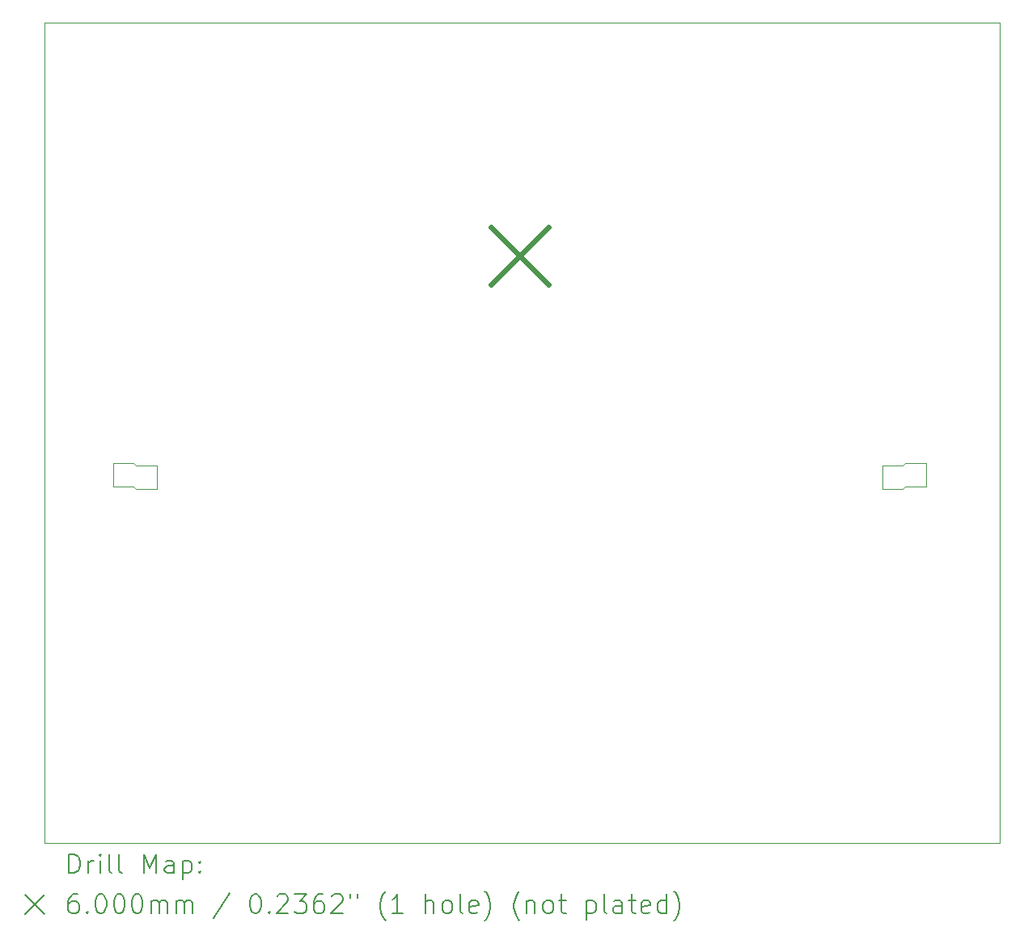
<source format=gbr>
%FSLAX45Y45*%
G04 Gerber Fmt 4.5, Leading zero omitted, Abs format (unit mm)*
G04 Created by KiCad (PCBNEW (6.0.1-0)) date 2022-08-05 19:05:13*
%MOMM*%
%LPD*%
G01*
G04 APERTURE LIST*
%TA.AperFunction,Profile*%
%ADD10C,0.050000*%
%TD*%
%TA.AperFunction,Profile*%
%ADD11C,0.100000*%
%TD*%
%ADD12C,0.200000*%
%ADD13C,0.600000*%
G04 APERTURE END LIST*
D10*
X19870000Y-6200360D02*
X9875000Y-6200360D01*
D11*
X10591800Y-10820400D02*
X10591800Y-11061700D01*
X11049000Y-10845800D02*
X10833100Y-10845800D01*
X11049000Y-11087100D02*
X10833100Y-11087100D01*
X10807700Y-10820400D02*
X10591800Y-10820400D01*
X10591800Y-11061700D02*
X10807700Y-11061700D01*
X19100800Y-10820400D02*
X19100800Y-11061700D01*
X18643600Y-11087100D02*
X18859500Y-11087100D01*
X18884900Y-11061700D02*
X18859500Y-11087100D01*
X18884900Y-10820400D02*
X18859500Y-10845800D01*
X18643600Y-10845800D02*
X18643600Y-11087100D01*
X18884900Y-10820400D02*
X19100800Y-10820400D01*
X19100800Y-11061700D02*
X18884900Y-11061700D01*
X18643600Y-10845800D02*
X18859500Y-10845800D01*
D10*
X9875000Y-14800360D02*
X19870000Y-14800360D01*
X19870000Y-14800360D02*
X19870000Y-6200360D01*
X9875000Y-6200360D02*
X9875000Y-14800360D01*
D11*
X10807700Y-11061700D02*
X10833100Y-11087100D01*
X11049000Y-10845800D02*
X11049000Y-11087100D01*
X10807700Y-10820400D02*
X10833100Y-10845800D01*
D12*
D13*
X14546300Y-8348700D02*
X15146300Y-8948700D01*
X15146300Y-8348700D02*
X14546300Y-8948700D01*
D12*
X10130119Y-15113336D02*
X10130119Y-14913336D01*
X10177738Y-14913336D01*
X10206310Y-14922860D01*
X10225357Y-14941908D01*
X10234881Y-14960955D01*
X10244405Y-14999050D01*
X10244405Y-15027622D01*
X10234881Y-15065717D01*
X10225357Y-15084765D01*
X10206310Y-15103812D01*
X10177738Y-15113336D01*
X10130119Y-15113336D01*
X10330119Y-15113336D02*
X10330119Y-14980003D01*
X10330119Y-15018098D02*
X10339643Y-14999050D01*
X10349167Y-14989527D01*
X10368214Y-14980003D01*
X10387262Y-14980003D01*
X10453929Y-15113336D02*
X10453929Y-14980003D01*
X10453929Y-14913336D02*
X10444405Y-14922860D01*
X10453929Y-14932384D01*
X10463452Y-14922860D01*
X10453929Y-14913336D01*
X10453929Y-14932384D01*
X10577738Y-15113336D02*
X10558690Y-15103812D01*
X10549167Y-15084765D01*
X10549167Y-14913336D01*
X10682500Y-15113336D02*
X10663452Y-15103812D01*
X10653929Y-15084765D01*
X10653929Y-14913336D01*
X10911071Y-15113336D02*
X10911071Y-14913336D01*
X10977738Y-15056193D01*
X11044405Y-14913336D01*
X11044405Y-15113336D01*
X11225357Y-15113336D02*
X11225357Y-15008574D01*
X11215833Y-14989527D01*
X11196786Y-14980003D01*
X11158690Y-14980003D01*
X11139643Y-14989527D01*
X11225357Y-15103812D02*
X11206309Y-15113336D01*
X11158690Y-15113336D01*
X11139643Y-15103812D01*
X11130119Y-15084765D01*
X11130119Y-15065717D01*
X11139643Y-15046669D01*
X11158690Y-15037146D01*
X11206309Y-15037146D01*
X11225357Y-15027622D01*
X11320595Y-14980003D02*
X11320595Y-15180003D01*
X11320595Y-14989527D02*
X11339643Y-14980003D01*
X11377738Y-14980003D01*
X11396786Y-14989527D01*
X11406309Y-14999050D01*
X11415833Y-15018098D01*
X11415833Y-15075241D01*
X11406309Y-15094288D01*
X11396786Y-15103812D01*
X11377738Y-15113336D01*
X11339643Y-15113336D01*
X11320595Y-15103812D01*
X11501548Y-15094288D02*
X11511071Y-15103812D01*
X11501548Y-15113336D01*
X11492024Y-15103812D01*
X11501548Y-15094288D01*
X11501548Y-15113336D01*
X11501548Y-14989527D02*
X11511071Y-14999050D01*
X11501548Y-15008574D01*
X11492024Y-14999050D01*
X11501548Y-14989527D01*
X11501548Y-15008574D01*
X9672500Y-15342860D02*
X9872500Y-15542860D01*
X9872500Y-15342860D02*
X9672500Y-15542860D01*
X10215833Y-15333336D02*
X10177738Y-15333336D01*
X10158690Y-15342860D01*
X10149167Y-15352384D01*
X10130119Y-15380955D01*
X10120595Y-15419050D01*
X10120595Y-15495241D01*
X10130119Y-15514288D01*
X10139643Y-15523812D01*
X10158690Y-15533336D01*
X10196786Y-15533336D01*
X10215833Y-15523812D01*
X10225357Y-15514288D01*
X10234881Y-15495241D01*
X10234881Y-15447622D01*
X10225357Y-15428574D01*
X10215833Y-15419050D01*
X10196786Y-15409527D01*
X10158690Y-15409527D01*
X10139643Y-15419050D01*
X10130119Y-15428574D01*
X10120595Y-15447622D01*
X10320595Y-15514288D02*
X10330119Y-15523812D01*
X10320595Y-15533336D01*
X10311071Y-15523812D01*
X10320595Y-15514288D01*
X10320595Y-15533336D01*
X10453929Y-15333336D02*
X10472976Y-15333336D01*
X10492024Y-15342860D01*
X10501548Y-15352384D01*
X10511071Y-15371431D01*
X10520595Y-15409527D01*
X10520595Y-15457146D01*
X10511071Y-15495241D01*
X10501548Y-15514288D01*
X10492024Y-15523812D01*
X10472976Y-15533336D01*
X10453929Y-15533336D01*
X10434881Y-15523812D01*
X10425357Y-15514288D01*
X10415833Y-15495241D01*
X10406310Y-15457146D01*
X10406310Y-15409527D01*
X10415833Y-15371431D01*
X10425357Y-15352384D01*
X10434881Y-15342860D01*
X10453929Y-15333336D01*
X10644405Y-15333336D02*
X10663452Y-15333336D01*
X10682500Y-15342860D01*
X10692024Y-15352384D01*
X10701548Y-15371431D01*
X10711071Y-15409527D01*
X10711071Y-15457146D01*
X10701548Y-15495241D01*
X10692024Y-15514288D01*
X10682500Y-15523812D01*
X10663452Y-15533336D01*
X10644405Y-15533336D01*
X10625357Y-15523812D01*
X10615833Y-15514288D01*
X10606310Y-15495241D01*
X10596786Y-15457146D01*
X10596786Y-15409527D01*
X10606310Y-15371431D01*
X10615833Y-15352384D01*
X10625357Y-15342860D01*
X10644405Y-15333336D01*
X10834881Y-15333336D02*
X10853929Y-15333336D01*
X10872976Y-15342860D01*
X10882500Y-15352384D01*
X10892024Y-15371431D01*
X10901548Y-15409527D01*
X10901548Y-15457146D01*
X10892024Y-15495241D01*
X10882500Y-15514288D01*
X10872976Y-15523812D01*
X10853929Y-15533336D01*
X10834881Y-15533336D01*
X10815833Y-15523812D01*
X10806310Y-15514288D01*
X10796786Y-15495241D01*
X10787262Y-15457146D01*
X10787262Y-15409527D01*
X10796786Y-15371431D01*
X10806310Y-15352384D01*
X10815833Y-15342860D01*
X10834881Y-15333336D01*
X10987262Y-15533336D02*
X10987262Y-15400003D01*
X10987262Y-15419050D02*
X10996786Y-15409527D01*
X11015833Y-15400003D01*
X11044405Y-15400003D01*
X11063452Y-15409527D01*
X11072976Y-15428574D01*
X11072976Y-15533336D01*
X11072976Y-15428574D02*
X11082500Y-15409527D01*
X11101548Y-15400003D01*
X11130119Y-15400003D01*
X11149167Y-15409527D01*
X11158690Y-15428574D01*
X11158690Y-15533336D01*
X11253928Y-15533336D02*
X11253928Y-15400003D01*
X11253928Y-15419050D02*
X11263452Y-15409527D01*
X11282500Y-15400003D01*
X11311071Y-15400003D01*
X11330119Y-15409527D01*
X11339643Y-15428574D01*
X11339643Y-15533336D01*
X11339643Y-15428574D02*
X11349167Y-15409527D01*
X11368214Y-15400003D01*
X11396786Y-15400003D01*
X11415833Y-15409527D01*
X11425357Y-15428574D01*
X11425357Y-15533336D01*
X11815833Y-15323812D02*
X11644405Y-15580955D01*
X12072976Y-15333336D02*
X12092024Y-15333336D01*
X12111071Y-15342860D01*
X12120595Y-15352384D01*
X12130119Y-15371431D01*
X12139643Y-15409527D01*
X12139643Y-15457146D01*
X12130119Y-15495241D01*
X12120595Y-15514288D01*
X12111071Y-15523812D01*
X12092024Y-15533336D01*
X12072976Y-15533336D01*
X12053928Y-15523812D01*
X12044405Y-15514288D01*
X12034881Y-15495241D01*
X12025357Y-15457146D01*
X12025357Y-15409527D01*
X12034881Y-15371431D01*
X12044405Y-15352384D01*
X12053928Y-15342860D01*
X12072976Y-15333336D01*
X12225357Y-15514288D02*
X12234881Y-15523812D01*
X12225357Y-15533336D01*
X12215833Y-15523812D01*
X12225357Y-15514288D01*
X12225357Y-15533336D01*
X12311071Y-15352384D02*
X12320595Y-15342860D01*
X12339643Y-15333336D01*
X12387262Y-15333336D01*
X12406309Y-15342860D01*
X12415833Y-15352384D01*
X12425357Y-15371431D01*
X12425357Y-15390479D01*
X12415833Y-15419050D01*
X12301548Y-15533336D01*
X12425357Y-15533336D01*
X12492024Y-15333336D02*
X12615833Y-15333336D01*
X12549167Y-15409527D01*
X12577738Y-15409527D01*
X12596786Y-15419050D01*
X12606309Y-15428574D01*
X12615833Y-15447622D01*
X12615833Y-15495241D01*
X12606309Y-15514288D01*
X12596786Y-15523812D01*
X12577738Y-15533336D01*
X12520595Y-15533336D01*
X12501548Y-15523812D01*
X12492024Y-15514288D01*
X12787262Y-15333336D02*
X12749167Y-15333336D01*
X12730119Y-15342860D01*
X12720595Y-15352384D01*
X12701548Y-15380955D01*
X12692024Y-15419050D01*
X12692024Y-15495241D01*
X12701548Y-15514288D01*
X12711071Y-15523812D01*
X12730119Y-15533336D01*
X12768214Y-15533336D01*
X12787262Y-15523812D01*
X12796786Y-15514288D01*
X12806309Y-15495241D01*
X12806309Y-15447622D01*
X12796786Y-15428574D01*
X12787262Y-15419050D01*
X12768214Y-15409527D01*
X12730119Y-15409527D01*
X12711071Y-15419050D01*
X12701548Y-15428574D01*
X12692024Y-15447622D01*
X12882500Y-15352384D02*
X12892024Y-15342860D01*
X12911071Y-15333336D01*
X12958690Y-15333336D01*
X12977738Y-15342860D01*
X12987262Y-15352384D01*
X12996786Y-15371431D01*
X12996786Y-15390479D01*
X12987262Y-15419050D01*
X12872976Y-15533336D01*
X12996786Y-15533336D01*
X13072976Y-15333336D02*
X13072976Y-15371431D01*
X13149167Y-15333336D02*
X13149167Y-15371431D01*
X13444405Y-15609527D02*
X13434881Y-15600003D01*
X13415833Y-15571431D01*
X13406309Y-15552384D01*
X13396786Y-15523812D01*
X13387262Y-15476193D01*
X13387262Y-15438098D01*
X13396786Y-15390479D01*
X13406309Y-15361908D01*
X13415833Y-15342860D01*
X13434881Y-15314288D01*
X13444405Y-15304765D01*
X13625357Y-15533336D02*
X13511071Y-15533336D01*
X13568214Y-15533336D02*
X13568214Y-15333336D01*
X13549167Y-15361908D01*
X13530119Y-15380955D01*
X13511071Y-15390479D01*
X13863452Y-15533336D02*
X13863452Y-15333336D01*
X13949167Y-15533336D02*
X13949167Y-15428574D01*
X13939643Y-15409527D01*
X13920595Y-15400003D01*
X13892024Y-15400003D01*
X13872976Y-15409527D01*
X13863452Y-15419050D01*
X14072976Y-15533336D02*
X14053928Y-15523812D01*
X14044405Y-15514288D01*
X14034881Y-15495241D01*
X14034881Y-15438098D01*
X14044405Y-15419050D01*
X14053928Y-15409527D01*
X14072976Y-15400003D01*
X14101548Y-15400003D01*
X14120595Y-15409527D01*
X14130119Y-15419050D01*
X14139643Y-15438098D01*
X14139643Y-15495241D01*
X14130119Y-15514288D01*
X14120595Y-15523812D01*
X14101548Y-15533336D01*
X14072976Y-15533336D01*
X14253928Y-15533336D02*
X14234881Y-15523812D01*
X14225357Y-15504765D01*
X14225357Y-15333336D01*
X14406309Y-15523812D02*
X14387262Y-15533336D01*
X14349167Y-15533336D01*
X14330119Y-15523812D01*
X14320595Y-15504765D01*
X14320595Y-15428574D01*
X14330119Y-15409527D01*
X14349167Y-15400003D01*
X14387262Y-15400003D01*
X14406309Y-15409527D01*
X14415833Y-15428574D01*
X14415833Y-15447622D01*
X14320595Y-15466669D01*
X14482500Y-15609527D02*
X14492024Y-15600003D01*
X14511071Y-15571431D01*
X14520595Y-15552384D01*
X14530119Y-15523812D01*
X14539643Y-15476193D01*
X14539643Y-15438098D01*
X14530119Y-15390479D01*
X14520595Y-15361908D01*
X14511071Y-15342860D01*
X14492024Y-15314288D01*
X14482500Y-15304765D01*
X14844405Y-15609527D02*
X14834881Y-15600003D01*
X14815833Y-15571431D01*
X14806309Y-15552384D01*
X14796786Y-15523812D01*
X14787262Y-15476193D01*
X14787262Y-15438098D01*
X14796786Y-15390479D01*
X14806309Y-15361908D01*
X14815833Y-15342860D01*
X14834881Y-15314288D01*
X14844405Y-15304765D01*
X14920595Y-15400003D02*
X14920595Y-15533336D01*
X14920595Y-15419050D02*
X14930119Y-15409527D01*
X14949167Y-15400003D01*
X14977738Y-15400003D01*
X14996786Y-15409527D01*
X15006309Y-15428574D01*
X15006309Y-15533336D01*
X15130119Y-15533336D02*
X15111071Y-15523812D01*
X15101548Y-15514288D01*
X15092024Y-15495241D01*
X15092024Y-15438098D01*
X15101548Y-15419050D01*
X15111071Y-15409527D01*
X15130119Y-15400003D01*
X15158690Y-15400003D01*
X15177738Y-15409527D01*
X15187262Y-15419050D01*
X15196786Y-15438098D01*
X15196786Y-15495241D01*
X15187262Y-15514288D01*
X15177738Y-15523812D01*
X15158690Y-15533336D01*
X15130119Y-15533336D01*
X15253928Y-15400003D02*
X15330119Y-15400003D01*
X15282500Y-15333336D02*
X15282500Y-15504765D01*
X15292024Y-15523812D01*
X15311071Y-15533336D01*
X15330119Y-15533336D01*
X15549167Y-15400003D02*
X15549167Y-15600003D01*
X15549167Y-15409527D02*
X15568214Y-15400003D01*
X15606309Y-15400003D01*
X15625357Y-15409527D01*
X15634881Y-15419050D01*
X15644405Y-15438098D01*
X15644405Y-15495241D01*
X15634881Y-15514288D01*
X15625357Y-15523812D01*
X15606309Y-15533336D01*
X15568214Y-15533336D01*
X15549167Y-15523812D01*
X15758690Y-15533336D02*
X15739643Y-15523812D01*
X15730119Y-15504765D01*
X15730119Y-15333336D01*
X15920595Y-15533336D02*
X15920595Y-15428574D01*
X15911071Y-15409527D01*
X15892024Y-15400003D01*
X15853928Y-15400003D01*
X15834881Y-15409527D01*
X15920595Y-15523812D02*
X15901548Y-15533336D01*
X15853928Y-15533336D01*
X15834881Y-15523812D01*
X15825357Y-15504765D01*
X15825357Y-15485717D01*
X15834881Y-15466669D01*
X15853928Y-15457146D01*
X15901548Y-15457146D01*
X15920595Y-15447622D01*
X15987262Y-15400003D02*
X16063452Y-15400003D01*
X16015833Y-15333336D02*
X16015833Y-15504765D01*
X16025357Y-15523812D01*
X16044405Y-15533336D01*
X16063452Y-15533336D01*
X16206309Y-15523812D02*
X16187262Y-15533336D01*
X16149167Y-15533336D01*
X16130119Y-15523812D01*
X16120595Y-15504765D01*
X16120595Y-15428574D01*
X16130119Y-15409527D01*
X16149167Y-15400003D01*
X16187262Y-15400003D01*
X16206309Y-15409527D01*
X16215833Y-15428574D01*
X16215833Y-15447622D01*
X16120595Y-15466669D01*
X16387262Y-15533336D02*
X16387262Y-15333336D01*
X16387262Y-15523812D02*
X16368214Y-15533336D01*
X16330119Y-15533336D01*
X16311071Y-15523812D01*
X16301548Y-15514288D01*
X16292024Y-15495241D01*
X16292024Y-15438098D01*
X16301548Y-15419050D01*
X16311071Y-15409527D01*
X16330119Y-15400003D01*
X16368214Y-15400003D01*
X16387262Y-15409527D01*
X16463452Y-15609527D02*
X16472976Y-15600003D01*
X16492024Y-15571431D01*
X16501548Y-15552384D01*
X16511071Y-15523812D01*
X16520595Y-15476193D01*
X16520595Y-15438098D01*
X16511071Y-15390479D01*
X16501548Y-15361908D01*
X16492024Y-15342860D01*
X16472976Y-15314288D01*
X16463452Y-15304765D01*
M02*

</source>
